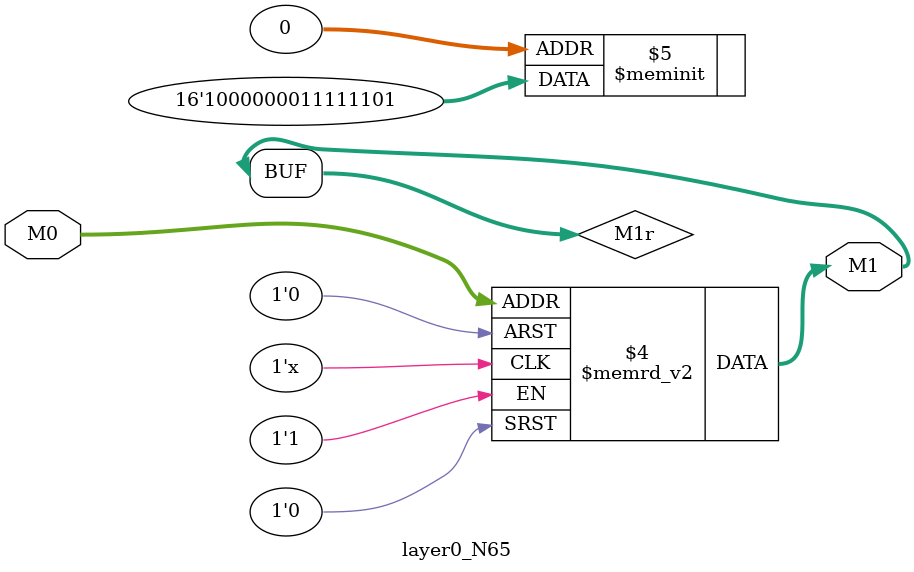
<source format=v>
module layer0_N65 ( input [2:0] M0, output [1:0] M1 );

	(*rom_style = "distributed" *) reg [1:0] M1r;
	assign M1 = M1r;
	always @ (M0) begin
		case (M0)
			3'b000: M1r = 2'b01;
			3'b100: M1r = 2'b00;
			3'b010: M1r = 2'b11;
			3'b110: M1r = 2'b00;
			3'b001: M1r = 2'b11;
			3'b101: M1r = 2'b00;
			3'b011: M1r = 2'b11;
			3'b111: M1r = 2'b10;

		endcase
	end
endmodule

</source>
